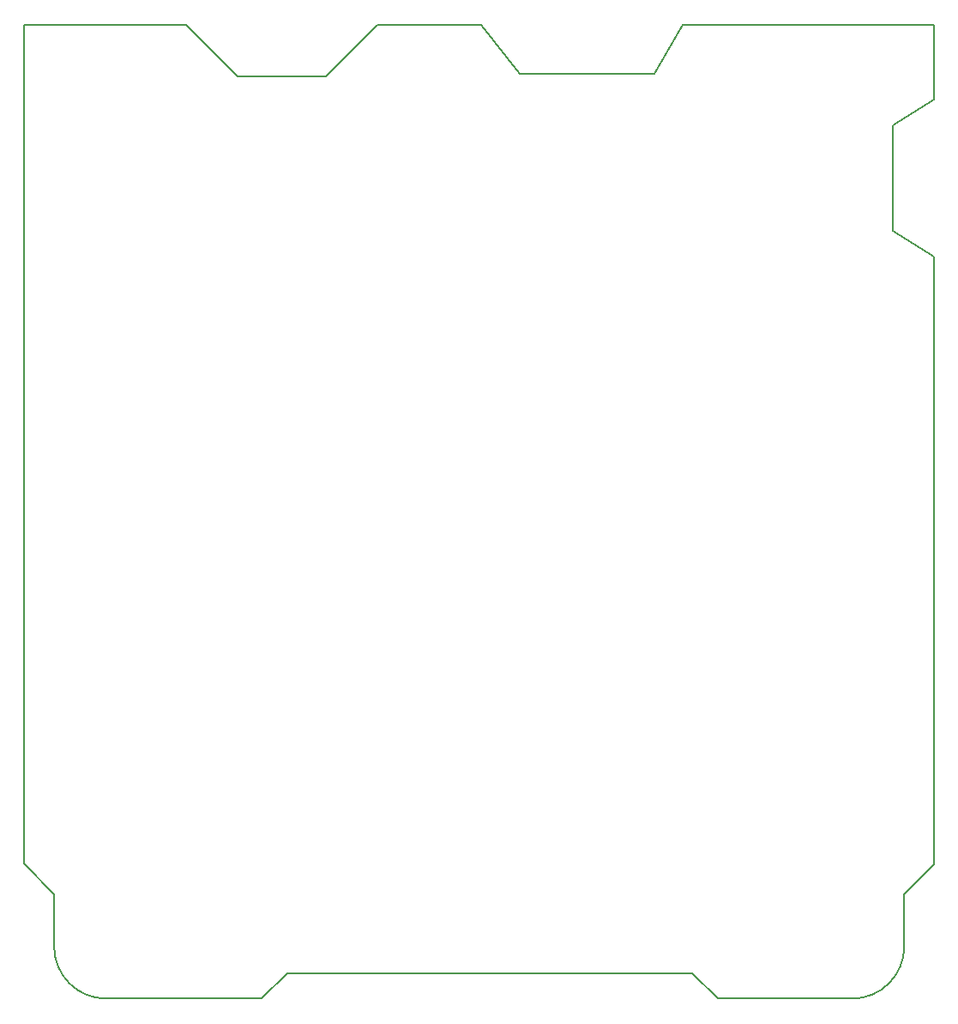
<source format=gbr>
%TF.GenerationSoftware,KiCad,Pcbnew,(6.0.1)*%
%TF.CreationDate,2022-03-12T11:24:15-03:00*%
%TF.ProjectId,magnetorquer_v2_2,6d61676e-6574-46f7-9271-7565725f7632,rev?*%
%TF.SameCoordinates,Original*%
%TF.FileFunction,Profile,NP*%
%FSLAX46Y46*%
G04 Gerber Fmt 4.6, Leading zero omitted, Abs format (unit mm)*
G04 Created by KiCad (PCBNEW (6.0.1)) date 2022-03-12 11:24:15*
%MOMM*%
%LPD*%
G01*
G04 APERTURE LIST*
%TA.AperFunction,Profile*%
%ADD10C,0.200000*%
%TD*%
G04 APERTURE END LIST*
D10*
%TO.C,U2*%
X94895200Y-147599400D02*
G75*
G03*
X100025200Y-152729400I5129999J-1D01*
G01*
X173685200Y-152729400D02*
G75*
G03*
X178815200Y-147599400I1J5129999D01*
G01*
X121765200Y-61739400D02*
X126796800Y-56689400D01*
X178815200Y-142419400D02*
X178815200Y-147599400D01*
X91905200Y-139395200D02*
X91905200Y-56689400D01*
X137025200Y-56689400D02*
X140885200Y-61519400D01*
X94895200Y-142419400D02*
X94895200Y-147599400D01*
X181775200Y-64059400D02*
X177675200Y-66619400D01*
X126796800Y-56689400D02*
X137025200Y-56689400D01*
X107955200Y-56689400D02*
X112994600Y-61739400D01*
X117885200Y-150229400D02*
X115385200Y-152729400D01*
X160385200Y-152729400D02*
X173685200Y-152729400D01*
X115385200Y-152729400D02*
X100025200Y-152729400D01*
X157885200Y-150229400D02*
X117885200Y-150229400D01*
X91905200Y-56689400D02*
X107955200Y-56689400D01*
X112994600Y-61739400D02*
X121765200Y-61739400D01*
X156965200Y-56689400D02*
X181775200Y-56689400D01*
X181775200Y-139459400D02*
X178815200Y-142419400D01*
X160385200Y-152729400D02*
X157885200Y-150229400D01*
X181775200Y-79559400D02*
X181775200Y-139459400D01*
X181775200Y-56689400D02*
X181775200Y-64059400D01*
X177675200Y-77009400D02*
X181775200Y-79559400D01*
X140885200Y-61519400D02*
X154175200Y-61519400D01*
X94895200Y-142419400D02*
X91905200Y-139395200D01*
X154175200Y-61519400D02*
X156965200Y-56689400D01*
X177675200Y-66619400D02*
X177675200Y-77009400D01*
%TD*%
M02*

</source>
